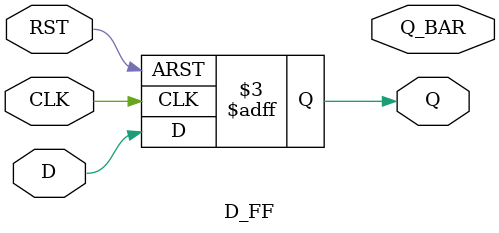
<source format=v>
/********************************************************************
 ***														   	  ***
 *** EE 526 L Experiment #4			   Juan Silva, Spring 2019    ***
 *** 														   	  ***
 *** Behaviorial Modeling of a Counter						 	  ***
 ********************************************************************
 *** Filename: counter.v		 Created By Juan Silva 2/21/19 	  ***
 ***														   	  ***
 ********************************************************************
 ***  ***
 ***  ***
 ***  											  		  ***
 ********************************************************************/

`timescale 1 ns / 1 ns

module D_FF(Q, Q_BAR, RST, CLK, D);

output Q, Q_BAR;
input RST, CLK, D;
reg Q, Q_BAR;
		
	always @(posedge CLK or negedge RST) begin
		
		if(!RST)
			Q <= 1'b0;
		else
			Q <= D;
	end
endmodule
</source>
